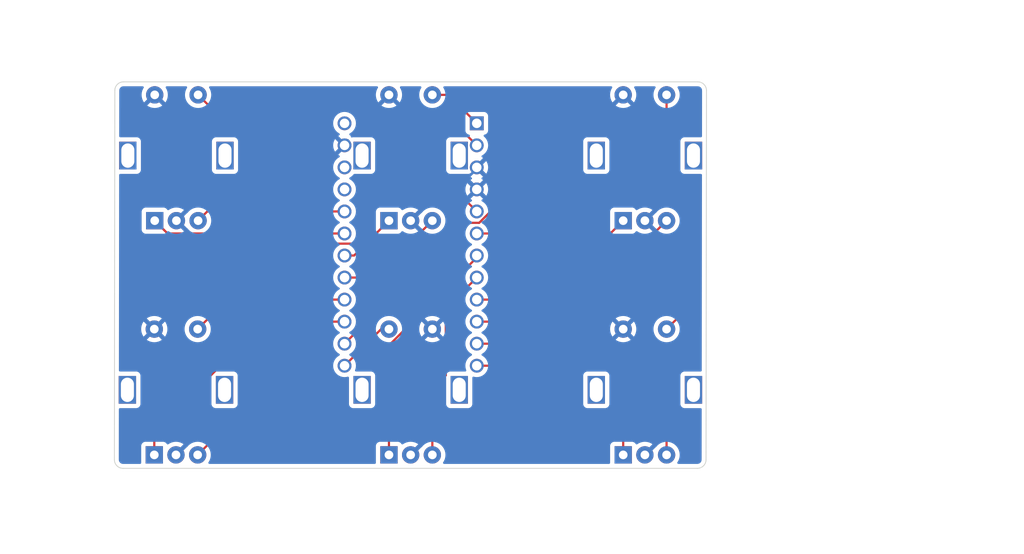
<source format=kicad_pcb>
(kicad_pcb (version 20211014) (generator pcbnew)
  (layers (0 "F.Cu" signal) (31 "B.Cu" signal) (34 "B.Paste" user) (35 "F.Paste" user) (36 "B.SilkS" user "B.Silkscreen") (37 "F.SilkS" user "F.Silkscreen") (38 "B.Mask" user) (39 "F.Mask" user) (44 "Edge.Cuts" user))
  (net 0 "")
  (net 1 "+3V3")
  (net 2 "GND")
  (net 3 "/ROT_1")
  (net 4 "/ROT_2")
  (net 5 "/SW_1")
  (net 6 "/SW_2")
  (net 7 "/ROT_3")
  (net 8 "/ROT_4")
  (net 9 "/SW_3")
  (net 10 "/SW_4")
  (net 11 "/ROT_5")
  (net 12 "/ROT_6")
  (net 13 "/SW_5")
  (net 14 "/SW_6")
  (net 15 "/ROT_7")
  (net 16 "/ROT_8")
  (net 17 "/ROT_9")
  (net 18 "/ROT_10")
  (net 19 "/ROT_11")
  (net 20 "/ROT_12")
  (footprint "promicro:RotaryEncoder_Alps_EC11E-Switch_Vertical_H20mm" (layer "F.Cu") (at 177 71.75 90)
    (fp_text reference "SW6" hide)
    (fp_text value "RotaryEncoder_Switch" hide)
    (pad "A" thru_hole rect (at 0 0 90) (size 2 2) (drill 1) (layers *.Cu *.Mask) (net 19 "/ROT_11"))
    (pad "B" thru_hole circle (at 0 5 90) (size 2 2) (drill 1) (layers *.Cu *.Mask) (net 20 "/ROT_12"))
    (pad "C" thru_hole circle (at 0 2.5 90) (size 2 2) (drill 1) (layers *.Cu *.Mask) (net 2 "GND"))
    (pad "MP" thru_hole rect (at 7.5 -3.1 90) (size 3.2 2) (drill oval 2.8 1.5) (layers *.Cu *.Mask))
    (pad "MP" thru_hole rect (at 7.5 8.1 90) (size 3.2 2) (drill oval 2.8 1.5) (layers *.Cu *.Mask))
    (pad "S1" thru_hole circle (at 14.5 5 90) (size 2 2) (drill 1) (layers *.Cu *.Mask) (net 14 "/SW_6"))
    (pad "S2" thru_hole circle (at 14.5 0 90) (size 2 2) (drill 1) (layers *.Cu *.Mask) (net 2 "GND"))
  )
  (footprint "promicro:RotaryEncoder_Alps_EC11E-Switch_Vertical_H20mm" (layer "F.Cu") (at 122.95 71.75 90)
    (fp_text reference "SW3" hide)
    (fp_text value "RotaryEncoder_Switch" hide)
    (pad "A" thru_hole rect (at 0 0 90) (size 2 2) (drill 1) (layers *.Cu *.Mask) (net 11 "/ROT_5"))
    (pad "B" thru_hole circle (at 0 5 90) (size 2 2) (drill 1) (layers *.Cu *.Mask) (net 12 "/ROT_6"))
    (pad "C" thru_hole circle (at 0 2.5 90) (size 2 2) (drill 1) (layers *.Cu *.Mask) (net 2 "GND"))
    (pad "MP" thru_hole rect (at 7.5 -3.1 90) (size 3.2 2) (drill oval 2.8 1.5) (layers *.Cu *.Mask))
    (pad "MP" thru_hole rect (at 7.5 8.1 90) (size 3.2 2) (drill oval 2.8 1.5) (layers *.Cu *.Mask))
    (pad "S1" thru_hole circle (at 14.5 5 90) (size 2 2) (drill 1) (layers *.Cu *.Mask) (net 9 "/SW_3"))
    (pad "S2" thru_hole circle (at 14.5 0 90) (size 2 2) (drill 1) (layers *.Cu *.Mask) (net 2 "GND"))
  )
  (footprint "promicro:RotaryEncoder_Alps_EC11E-Switch_Vertical_H20mm" (layer "F.Cu") (at 150 71.75 90)
    (fp_text reference "SW4" hide)
    (fp_text value "RotaryEncoder_Switch" hide)
    (pad "A" thru_hole rect (at 0 0 90) (size 2 2) (drill 1) (layers *.Cu *.Mask) (net 15 "/ROT_7"))
    (pad "B" thru_hole circle (at 0 5 90) (size 2 2) (drill 1) (layers *.Cu *.Mask) (net 16 "/ROT_8"))
    (pad "C" thru_hole circle (at 0 2.5 90) (size 2 2) (drill 1) (layers *.Cu *.Mask) (net 2 "GND"))
    (pad "MP" thru_hole rect (at 7.5 8.1 90) (size 3.2 2) (drill oval 2.8 1.5) (layers *.Cu *.Mask))
    (pad "MP" thru_hole rect (at 7.5 -3.1 90) (size 3.2 2) (drill oval 2.8 1.5) (layers *.Cu *.Mask))
    (pad "S1" thru_hole circle (at 14.5 5 90) (size 2 2) (drill 1) (layers *.Cu *.Mask) (net 2 "GND"))
    (pad "S2" thru_hole circle (at 14.5 0 90) (size 2 2) (drill 1) (layers *.Cu *.Mask) (net 10 "/SW_4"))
  )
  (footprint "promicro:RotaryEncoder_Alps_EC11E-Switch_Vertical_H20mm" (layer "F.Cu") (at 177 44.75 90)
    (fp_text reference "SW5" hide)
    (fp_text value "RotaryEncoder_Switch" hide)
    (pad "A" thru_hole rect (at 0 0 90) (size 2 2) (drill 1) (layers *.Cu *.Mask) (net 17 "/ROT_9"))
    (pad "B" thru_hole circle (at 0 5 90) (size 2 2) (drill 1) (layers *.Cu *.Mask) (net 18 "/ROT_10"))
    (pad "C" thru_hole circle (at 0 2.5 90) (size 2 2) (drill 1) (layers *.Cu *.Mask) (net 2 "GND"))
    (pad "MP" thru_hole rect (at 7.5 8.1 90) (size 3.2 2) (drill oval 2.8 1.5) (layers *.Cu *.Mask))
    (pad "MP" thru_hole rect (at 7.5 -3.1 90) (size 3.2 2) (drill oval 2.8 1.5) (layers *.Cu *.Mask))
    (pad "S1" thru_hole circle (at 14.5 5 90) (size 2 2) (drill 1) (layers *.Cu *.Mask) (net 13 "/SW_5"))
    (pad "S2" thru_hole circle (at 14.5 0 90) (size 2 2) (drill 1) (layers *.Cu *.Mask) (net 2 "GND"))
  )
  (footprint "promicro:RotaryEncoder_Alps_EC11E-Switch_Vertical_H20mm" (layer "F.Cu") (at 123 44.75 90)
    (fp_text reference "SW1" hide)
    (fp_text value "RotaryEncoder_Switch" hide)
    (pad "A" thru_hole rect (at 0 0 90) (size 2 2) (drill 1) (layers *.Cu *.Mask) (net 3 "/ROT_1"))
    (pad "B" thru_hole circle (at 0 5 90) (size 2 2) (drill 1) (layers *.Cu *.Mask) (net 4 "/ROT_2"))
    (pad "C" thru_hole circle (at 0 2.5 90) (size 2 2) (drill 1) (layers *.Cu *.Mask) (net 2 "GND"))
    (pad "MP" thru_hole rect (at 7.5 -3.1 90) (size 3.2 2) (drill oval 2.8 1.5) (layers *.Cu *.Mask))
    (pad "MP" thru_hole rect (at 7.5 8.1 90) (size 3.2 2) (drill oval 2.8 1.5) (layers *.Cu *.Mask))
    (pad "S1" thru_hole circle (at 14.5 5 90) (size 2 2) (drill 1) (layers *.Cu *.Mask) (net 5 "/SW_1"))
    (pad "S2" thru_hole circle (at 14.5 0 90) (size 2 2) (drill 1) (layers *.Cu *.Mask) (net 2 "GND"))
  )
  (footprint "promicro:RotaryEncoder_Alps_EC11E-Switch_Vertical_H20mm" (layer "F.Cu") (at 150 44.75 90)
    (fp_text reference "SW2" hide)
    (fp_text value "RotaryEncoder_Switch" hide)
    (pad "A" thru_hole rect (at 0 0 90) (size 2 2) (drill 1) (layers *.Cu *.Mask) (net 7 "/ROT_3"))
    (pad "B" thru_hole circle (at 0 5 90) (size 2 2) (drill 1) (layers *.Cu *.Mask) (net 8 "/ROT_4"))
    (pad "C" thru_hole circle (at 0 2.5 90) (size 2 2) (drill 1) (layers *.Cu *.Mask) (net 2 "GND"))
    (pad "MP" thru_hole rect (at 7.5 8.1 90) (size 3.2 2) (drill oval 2.8 1.5) (layers *.Cu *.Mask))
    (pad "MP" thru_hole rect (at 7.5 -3.1 90) (size 3.2 2) (drill oval 2.8 1.5) (layers *.Cu *.Mask))
    (pad "S1" thru_hole circle (at 14.5 5 90) (size 2 2) (drill 1) (layers *.Cu *.Mask) (net 6 "/SW_2"))
    (pad "S2" thru_hole circle (at 14.5 0 90) (size 2 2) (drill 1) (layers *.Cu *.Mask) (net 2 "GND"))
  )
  (footprint "promicro:ProMicro" (layer "B.Cu") (at 152.5 47.5 -90)
    (fp_text reference "U1" hide)
    (fp_text value "ProMicro")
    (pad "1" thru_hole rect (at -13.97 -7.62 270) (size 1.6 1.6) (drill 1.1) (layers *.Cu *.Mask) (net 6 "/SW_2"))
    (pad "2" thru_hole circle (at -11.43 -7.62 270) (size 1.6 1.6) (drill 1.1) (layers *.Cu *.Mask) (net 5 "/SW_1"))
    (pad "3" thru_hole circle (at -8.89 -7.62 270) (size 1.6 1.6) (drill 1.1) (layers *.Cu *.Mask) (net 2 "GND"))
    (pad "4" thru_hole circle (at -6.35 -7.62 270) (size 1.6 1.6) (drill 1.1) (layers *.Cu *.Mask) (net 2 "GND"))
    (pad "5" thru_hole circle (at -3.81 -7.62 270) (size 1.6 1.6) (drill 1.1) (layers *.Cu *.Mask) (net 9 "/SW_3"))
    (pad "6" thru_hole circle (at -1.27 -7.62 270) (size 1.6 1.6) (drill 1.1) (layers *.Cu *.Mask) (net 14 "/SW_6"))
    (pad "7" thru_hole circle (at 1.27 -7.62 270) (size 1.6 1.6) (drill 1.1) (layers *.Cu *.Mask) (net 15 "/ROT_7"))
    (pad "8" thru_hole circle (at 3.81 -7.62 270) (size 1.6 1.6) (drill 1.1) (layers *.Cu *.Mask) (net 16 "/ROT_8"))
    (pad "9" thru_hole circle (at 6.35 -7.62 270) (size 1.6 1.6) (drill 1.1) (layers *.Cu *.Mask) (net 17 "/ROT_9"))
    (pad "10" thru_hole circle (at 8.89 -7.62 270) (size 1.6 1.6) (drill 1.1) (layers *.Cu *.Mask) (net 18 "/ROT_10"))
    (pad "11" thru_hole circle (at 11.43 -7.62 270) (size 1.6 1.6) (drill 1.1) (layers *.Cu *.Mask) (net 20 "/ROT_12"))
    (pad "12" thru_hole circle (at 13.97 -7.62 270) (size 1.6 1.6) (drill 1.1) (layers *.Cu *.Mask) (net 19 "/ROT_11"))
    (pad "13" thru_hole circle (at 13.97 7.62 270) (size 1.6 1.6) (drill 1.1) (layers *.Cu *.Mask) (net 10 "/SW_4"))
    (pad "14" thru_hole circle (at 11.43 7.62 270) (size 1.6 1.6) (drill 1.1) (layers *.Cu *.Mask) (net 13 "/SW_5"))
    (pad "15" thru_hole circle (at 8.89 7.62 270) (size 1.6 1.6) (drill 1.1) (layers *.Cu *.Mask) (net 12 "/ROT_6"))
    (pad "16" thru_hole circle (at 6.35 7.62 270) (size 1.6 1.6) (drill 1.1) (layers *.Cu *.Mask) (net 11 "/ROT_5"))
    (pad "17" thru_hole circle (at 3.81 7.62 270) (size 1.6 1.6) (drill 1.1) (layers *.Cu *.Mask) (net 8 "/ROT_4"))
    (pad "18" thru_hole circle (at 1.27 7.62 270) (size 1.6 1.6) (drill 1.1) (layers *.Cu *.Mask) (net 7 "/ROT_3"))
    (pad "19" thru_hole circle (at -1.27 7.62 270) (size 1.6 1.6) (drill 1.1) (layers *.Cu *.Mask) (net 3 "/ROT_1"))
    (pad "20" thru_hole circle (at -3.81 7.62 270) (size 1.6 1.6) (drill 1.1) (layers *.Cu *.Mask) (net 4 "/ROT_2"))
    (pad "21" thru_hole circle (at -6.35 7.62 270) (size 1.6 1.6) (drill 1.1) (layers *.Cu *.Mask) (net 1 "+3V3"))
    (pad "22" thru_hole circle (at -8.89 7.62 270) (size 1.6 1.6) (drill 1.1) (layers *.Cu *.Mask))
    (pad "23" thru_hole circle (at -11.43 7.62 270) (size 1.6 1.6) (drill 1.1) (layers *.Cu *.Mask) (net 2 "GND"))
    (pad "24" thru_hole circle (at -13.97 7.62 270) (size 1.6 1.6) (drill 1.1) (layers *.Cu *.Mask))
  )
  (gr_line (start 185.6 28.75) (end 119.4 28.75) (layer "Edge.Cuts") (width 0.1))
  (gr_line (start 119.35 73.3) (end 185.55 73.3) (layer "Edge.Cuts") (width 0.1))
  (gr_arc (start 186.55 72.3) (mid 186.257107 73.007107) (end 185.55 73.3) (layer "Edge.Cuts") (width 0.1))
  (gr_arc (start 118.4 29.75) (mid 118.692893 29.042893) (end 119.4 28.75) (layer "Edge.Cuts") (width 0.1))
  (gr_line (start 118.4 29.75) (end 118.35 72.3) (layer "Edge.Cuts") (width 0.1))
  (gr_arc (start 185.6 28.75) (mid 186.307107 29.042893) (end 186.6 29.75) (layer "Edge.Cuts") (width 0.1))
  (gr_line (start 186.55 72.3) (end 186.6 29.75) (layer "Edge.Cuts") (width 0.1))
  (gr_arc (start 119.35 73.3) (mid 118.642893 73.007107) (end 118.35 72.3) (layer "Edge.Cuts") (width 0.1))
  (segment (start 124.48 46.23) (end 123 44.75) (width 0.25) (layer "F.Cu") (net 3))
  (segment (start 144.88 46.23) (end 124.48 46.23) (width 0.25) (layer "F.Cu") (net 3))
  (segment (start 144.88 43.69) (end 129.06 43.69) (width 0.25) (layer "F.Cu") (net 4))
  (segment (start 129.06 43.69) (end 128 44.75) (width 0.25) (layer "F.Cu") (net 4))
  (segment (start 129.75 32) (end 128 30.25) (width 0.25) (layer "F.Cu") (net 5))
  (segment (start 156.05 32) (end 129.75 32) (width 0.25) (layer "F.Cu") (net 5))
  (segment (start 160.12 36.07) (end 156.05 32) (width 0.25) (layer "F.Cu") (net 5))
  (segment (start 156.84 30.25) (end 160.12 33.53) (width 0.25) (layer "F.Cu") (net 6))
  (segment (start 155 30.25) (end 156.84 30.25) (width 0.25) (layer "F.Cu") (net 6))
  (segment (start 145.98 48.77) (end 144.88 48.77) (width 0.25) (layer "F.Cu") (net 7))
  (segment (start 150 44.75) (end 145.98 48.77) (width 0.25) (layer "F.Cu") (net 7))
  (segment (start 148.44 51.31) (end 144.88 51.31) (width 0.25) (layer "F.Cu") (net 8))
  (segment (start 155 44.75) (end 148.44 51.31) (width 0.25) (layer "F.Cu") (net 8))
  (segment (start 158.83 42.4) (end 149.4 42.4) (width 0.25) (layer "F.Cu") (net 9))
  (segment (start 147.2 44.6) (end 147.2 46) (width 0.25) (layer "F.Cu") (net 9))
  (segment (start 145.8 47.4) (end 137.8 47.4) (width 0.25) (layer "F.Cu") (net 9))
  (segment (start 149.4 42.4) (end 147.2 44.6) (width 0.25) (layer "F.Cu") (net 9))
  (segment (start 137.8 47.4) (end 127.95 57.25) (width 0.25) (layer "F.Cu") (net 9))
  (segment (start 160.12 43.69) (end 158.83 42.4) (width 0.25) (layer "F.Cu") (net 9))
  (segment (start 147.2 46) (end 145.8 47.4) (width 0.25) (layer "F.Cu") (net 9))
  (segment (start 149.1 57.25) (end 150 57.25) (width 0.25) (layer "F.Cu") (net 10))
  (segment (start 144.88 61.47) (end 149.1 57.25) (width 0.25) (layer "F.Cu") (net 10))
  (segment (start 122.95 71.75) (end 122.95 69.100978) (width 0.25) (layer "F.Cu") (net 11))
  (segment (start 122.95 69.100978) (end 138.200978 53.85) (width 0.25) (layer "F.Cu") (net 11))
  (segment (start 138.200978 53.85) (end 144.88 53.85) (width 0.25) (layer "F.Cu") (net 11))
  (segment (start 143.31 56.39) (end 144.88 56.39) (width 0.25) (layer "F.Cu") (net 12))
  (segment (start 127.95 71.75) (end 143.31 56.39) (width 0.25) (layer "F.Cu") (net 12))
  (segment (start 144.88 58.93) (end 158.81 45) (width 0.25) (layer "F.Cu") (net 13))
  (segment (start 172.0003 33.4) (end 181.4 33.4) (width 0.25) (layer "F.Cu") (net 13))
  (segment (start 182 32.8) (end 182 30.25) (width 0.25) (layer "F.Cu") (net 13))
  (segment (start 160.4003 45) (end 172.0003 33.4) (width 0.25) (layer "F.Cu") (net 13))
  (segment (start 158.81 45) (end 160.4003 45) (width 0.25) (layer "F.Cu") (net 13))
  (segment (start 181.4 33.4) (end 182 32.8) (width 0.25) (layer "F.Cu") (net 13))
  (segment (start 184 42.4) (end 184 55.25) (width 0.25) (layer "F.Cu") (net 14))
  (segment (start 160.12 46.23) (end 168.17 46.23) (width 0.25) (layer "F.Cu") (net 14))
  (segment (start 183 41.4) (end 184 42.4) (width 0.25) (layer "F.Cu") (net 14))
  (segment (start 168.17 46.23) (end 173 41.4) (width 0.25) (layer "F.Cu") (net 14))
  (segment (start 184 55.25) (end 182 57.25) (width 0.25) (layer "F.Cu") (net 14))
  (segment (start 173 41.4) (end 183 41.4) (width 0.25) (layer "F.Cu") (net 14))
  (segment (start 150 71.75) (end 150 59.123143) (width 0.25) (layer "F.Cu") (net 15))
  (segment (start 160.12 49.003143) (end 160.12 48.77) (width 0.25) (layer "F.Cu") (net 15))
  (segment (start 150 59.123143) (end 160.12 49.003143) (width 0.25) (layer "F.Cu") (net 15))
  (segment (start 156.55 62.575489) (end 156.55 54.88) (width 0.25) (layer "F.Cu") (net 16))
  (segment (start 155 64.125489) (end 156.55 62.575489) (width 0.25) (layer "F.Cu") (net 16))
  (segment (start 155 71.75) (end 155 64.125489) (width 0.25) (layer "F.Cu") (net 16))
  (segment (start 156.55 54.88) (end 160.12 51.31) (width 0.25) (layer "F.Cu") (net 16))
  (segment (start 160.12 53.85) (end 167.9 53.85) (width 0.25) (layer "F.Cu") (net 17))
  (segment (start 167.9 53.85) (end 177 44.75) (width 0.25) (layer "F.Cu") (net 17))
  (segment (start 160.12 56.39) (end 170.36 56.39) (width 0.25) (layer "F.Cu") (net 18))
  (segment (start 170.36 56.39) (end 182 44.75) (width 0.25) (layer "F.Cu") (net 18))
  (segment (start 160.12 61.47) (end 175.77 61.47) (width 0.25) (layer "F.Cu") (net 19))
  (segment (start 175.77 61.47) (end 177 62.7) (width 0.25) (layer "F.Cu") (net 19))
  (segment (start 177 62.7) (end 177 71.75) (width 0.25) (layer "F.Cu") (net 19))
  (segment (start 182 64.95) (end 182 71.75) (width 0.25) (layer "F.Cu") (net 20))
  (segment (start 160.12 58.93) (end 175.98 58.93) (width 0.25) (layer "F.Cu") (net 20))
  (segment (start 175.98 58.93) (end 182 64.95) (width 0.25) (layer "F.Cu") (net 20))
  (zone (net 2) (net_name "GND") (layer "B.Cu") (connect_pads (clearance 0.508)) (min_thickness 0.254) (fill yes (thermal_gap 0.508) (thermal_bridge_width 0.508))
    (polygon (pts (xy 223.207742 80.01554) (xy 106.107742 83.21554) (xy 107.707742 19.31554) (xy 203.007742 23.31554)))
  )
)
</source>
